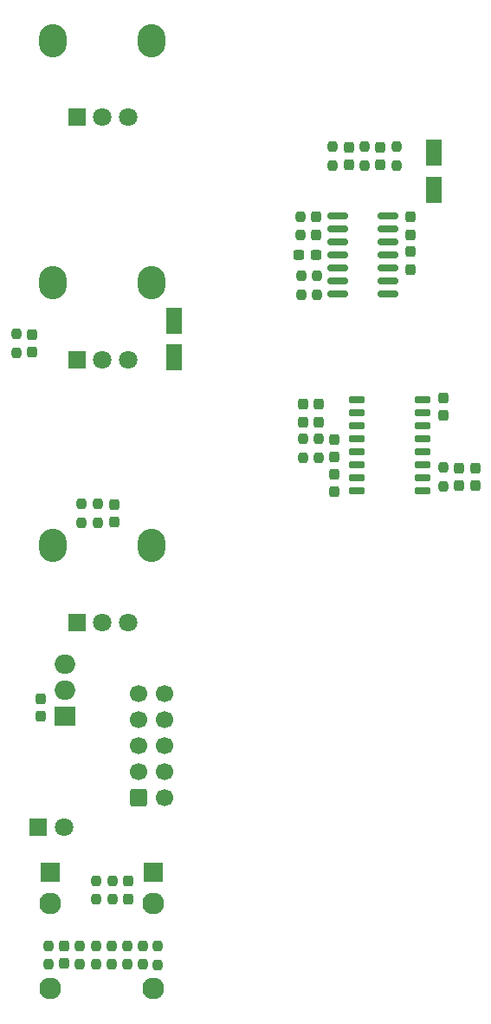
<source format=gbr>
%TF.GenerationSoftware,KiCad,Pcbnew,6.0.7+dfsg-1~bpo11+1*%
%TF.CreationDate,2022-10-24T23:46:05+08:00*%
%TF.ProjectId,MiniDelay,4d696e69-4465-46c6-9179-2e6b69636164,rev?*%
%TF.SameCoordinates,Original*%
%TF.FileFunction,Soldermask,Bot*%
%TF.FilePolarity,Negative*%
%FSLAX46Y46*%
G04 Gerber Fmt 4.6, Leading zero omitted, Abs format (unit mm)*
G04 Created by KiCad (PCBNEW 6.0.7+dfsg-1~bpo11+1) date 2022-10-24 23:46:05*
%MOMM*%
%LPD*%
G01*
G04 APERTURE LIST*
G04 Aperture macros list*
%AMRoundRect*
0 Rectangle with rounded corners*
0 $1 Rounding radius*
0 $2 $3 $4 $5 $6 $7 $8 $9 X,Y pos of 4 corners*
0 Add a 4 corners polygon primitive as box body*
4,1,4,$2,$3,$4,$5,$6,$7,$8,$9,$2,$3,0*
0 Add four circle primitives for the rounded corners*
1,1,$1+$1,$2,$3*
1,1,$1+$1,$4,$5*
1,1,$1+$1,$6,$7*
1,1,$1+$1,$8,$9*
0 Add four rect primitives between the rounded corners*
20,1,$1+$1,$2,$3,$4,$5,0*
20,1,$1+$1,$4,$5,$6,$7,0*
20,1,$1+$1,$6,$7,$8,$9,0*
20,1,$1+$1,$8,$9,$2,$3,0*%
G04 Aperture macros list end*
%ADD10R,1.930000X1.830000*%
%ADD11C,2.130000*%
%ADD12O,2.720000X3.240000*%
%ADD13R,1.800000X1.800000*%
%ADD14C,1.800000*%
%ADD15RoundRect,0.237500X-0.237500X0.250000X-0.237500X-0.250000X0.237500X-0.250000X0.237500X0.250000X0*%
%ADD16RoundRect,0.237500X-0.237500X0.300000X-0.237500X-0.300000X0.237500X-0.300000X0.237500X0.300000X0*%
%ADD17RoundRect,0.237500X-0.300000X-0.237500X0.300000X-0.237500X0.300000X0.237500X-0.300000X0.237500X0*%
%ADD18RoundRect,0.237500X0.237500X-0.250000X0.237500X0.250000X-0.237500X0.250000X-0.237500X-0.250000X0*%
%ADD19R,2.000000X1.905000*%
%ADD20O,2.000000X1.905000*%
%ADD21RoundRect,0.237500X0.237500X-0.300000X0.237500X0.300000X-0.237500X0.300000X-0.237500X-0.300000X0*%
%ADD22RoundRect,0.250000X-0.600000X-0.600000X0.600000X-0.600000X0.600000X0.600000X-0.600000X0.600000X0*%
%ADD23C,1.700000*%
%ADD24RoundRect,0.250000X0.550000X-1.050000X0.550000X1.050000X-0.550000X1.050000X-0.550000X-1.050000X0*%
%ADD25RoundRect,0.150000X0.650000X0.150000X-0.650000X0.150000X-0.650000X-0.150000X0.650000X-0.150000X0*%
%ADD26RoundRect,0.250000X-0.550000X1.050000X-0.550000X-1.050000X0.550000X-1.050000X0.550000X1.050000X0*%
%ADD27RoundRect,0.150000X0.825000X0.150000X-0.825000X0.150000X-0.825000X-0.150000X0.825000X-0.150000X0*%
G04 APERTURE END LIST*
D10*
%TO.C,AudioOut1*%
X125850000Y-143700000D03*
D11*
X125850000Y-155100000D03*
X125850000Y-146800000D03*
%TD*%
D10*
%TO.C,AudioIn1*%
X115800000Y-143700000D03*
D11*
X115800000Y-155100000D03*
X115800000Y-146800000D03*
%TD*%
D12*
%TO.C,LEVEL1*%
X125700000Y-111825000D03*
X116100000Y-111825000D03*
D13*
X118400000Y-119325000D03*
D14*
X120900000Y-119325000D03*
X123400000Y-119325000D03*
%TD*%
D12*
%TO.C,TIME1*%
X125700000Y-62500000D03*
X116100000Y-62500000D03*
D13*
X118400000Y-70000000D03*
D14*
X120900000Y-70000000D03*
X123400000Y-70000000D03*
%TD*%
D12*
%TO.C,REPEATS1*%
X116100000Y-86200000D03*
X125700000Y-86200000D03*
D13*
X118400000Y-93700000D03*
D14*
X120900000Y-93700000D03*
X123400000Y-93700000D03*
%TD*%
D15*
%TO.C,R14*%
X140550000Y-101412500D03*
X140550000Y-103237500D03*
%TD*%
D16*
%TO.C,C22*%
X141800000Y-79737500D03*
X141800000Y-81462500D03*
%TD*%
D15*
%TO.C,R3*%
X120265000Y-150897500D03*
X120265000Y-152722500D03*
%TD*%
D16*
%TO.C,C19*%
X142075000Y-98037500D03*
X142075000Y-99762500D03*
%TD*%
D15*
%TO.C,R17*%
X118735000Y-150887500D03*
X118735000Y-152712500D03*
%TD*%
D13*
%TO.C,D1*%
X114650000Y-139350000D03*
D14*
X117190000Y-139350000D03*
%TD*%
D17*
%TO.C,C4*%
X140112500Y-83475000D03*
X141837500Y-83475000D03*
%TD*%
D18*
%TO.C,R19*%
X140400000Y-87312500D03*
X140400000Y-85487500D03*
%TD*%
D15*
%TO.C,R6*%
X124835000Y-150917500D03*
X124835000Y-152742500D03*
%TD*%
D16*
%TO.C,C6*%
X151000000Y-79737500D03*
X151000000Y-81462500D03*
%TD*%
D19*
%TO.C,U3*%
X117255000Y-128490000D03*
D20*
X117255000Y-125950000D03*
X117255000Y-123410000D03*
%TD*%
D21*
%TO.C,C10*%
X114050000Y-92925000D03*
X114050000Y-91200000D03*
%TD*%
%TO.C,C13*%
X143600000Y-106562500D03*
X143600000Y-104837500D03*
%TD*%
D18*
%TO.C,R5*%
X154250000Y-106025000D03*
X154250000Y-104200000D03*
%TD*%
D16*
%TO.C,C20*%
X148100000Y-72937500D03*
X148100000Y-74662500D03*
%TD*%
D18*
%TO.C,R11*%
X121875000Y-146375000D03*
X121875000Y-144550000D03*
%TD*%
D21*
%TO.C,C3*%
X114920000Y-128490000D03*
X114920000Y-126765000D03*
%TD*%
D22*
%TO.C,J1*%
X124447500Y-136480000D03*
D23*
X126987500Y-136480000D03*
X124447500Y-133940000D03*
X126987500Y-133940000D03*
X124447500Y-131400000D03*
X126987500Y-131400000D03*
X124447500Y-128860000D03*
X126987500Y-128860000D03*
X124447500Y-126320000D03*
X126987500Y-126320000D03*
%TD*%
D15*
%TO.C,R10*%
X118900000Y-107787500D03*
X118900000Y-109612500D03*
%TD*%
D21*
%TO.C,C11*%
X143600000Y-103187500D03*
X143600000Y-101462500D03*
%TD*%
D18*
%TO.C,R2*%
X120325000Y-146387500D03*
X120325000Y-144562500D03*
%TD*%
D15*
%TO.C,R18*%
X121795000Y-150907500D03*
X121795000Y-152732500D03*
%TD*%
D16*
%TO.C,C5*%
X117205000Y-150937500D03*
X117205000Y-152662500D03*
%TD*%
D18*
%TO.C,R4*%
X123315000Y-152732500D03*
X123315000Y-150907500D03*
%TD*%
%TO.C,R21*%
X140300000Y-81512500D03*
X140300000Y-79687500D03*
%TD*%
D15*
%TO.C,R1*%
X115675000Y-150887500D03*
X115675000Y-152712500D03*
%TD*%
D18*
%TO.C,R9*%
X126350000Y-152762500D03*
X126350000Y-150937500D03*
%TD*%
D15*
%TO.C,R20*%
X141900000Y-85487500D03*
X141900000Y-87312500D03*
%TD*%
D21*
%TO.C,C21*%
X140555000Y-99762500D03*
X140555000Y-98037500D03*
%TD*%
D16*
%TO.C,C9*%
X157350000Y-104237500D03*
X157350000Y-105962500D03*
%TD*%
D15*
%TO.C,R16*%
X112525000Y-91162500D03*
X112525000Y-92987500D03*
%TD*%
D24*
%TO.C,C7*%
X127925000Y-93450000D03*
X127925000Y-89850000D03*
%TD*%
D18*
%TO.C,R7*%
X142075000Y-103237500D03*
X142075000Y-101412500D03*
%TD*%
D16*
%TO.C,C8*%
X155800000Y-104250000D03*
X155800000Y-105975000D03*
%TD*%
D15*
%TO.C,R12*%
X146575000Y-72875000D03*
X146575000Y-74700000D03*
%TD*%
D25*
%TO.C,U2*%
X152250000Y-97555000D03*
X152250000Y-98825000D03*
X152250000Y-100095000D03*
X152250000Y-101365000D03*
X152250000Y-102635000D03*
X152250000Y-103905000D03*
X152250000Y-105175000D03*
X152250000Y-106445000D03*
X145750000Y-106445000D03*
X145750000Y-105175000D03*
X145750000Y-103905000D03*
X145750000Y-102635000D03*
X145750000Y-101365000D03*
X145750000Y-100095000D03*
X145750000Y-98825000D03*
X145750000Y-97555000D03*
%TD*%
D26*
%TO.C,C18*%
X153300000Y-73500000D03*
X153300000Y-77100000D03*
%TD*%
D27*
%TO.C,U1*%
X148875000Y-79665000D03*
X148875000Y-80935000D03*
X148875000Y-82205000D03*
X148875000Y-83475000D03*
X148875000Y-84745000D03*
X148875000Y-86015000D03*
X148875000Y-87285000D03*
X143925000Y-87285000D03*
X143925000Y-86015000D03*
X143925000Y-84745000D03*
X143925000Y-83475000D03*
X143925000Y-82205000D03*
X143925000Y-80935000D03*
X143925000Y-79665000D03*
%TD*%
D21*
%TO.C,C12*%
X123475000Y-146325000D03*
X123475000Y-144600000D03*
%TD*%
D16*
%TO.C,C17*%
X154240000Y-97377500D03*
X154240000Y-99102500D03*
%TD*%
%TO.C,C16*%
X122100000Y-107837500D03*
X122100000Y-109562500D03*
%TD*%
%TO.C,C15*%
X145000000Y-72937500D03*
X145000000Y-74662500D03*
%TD*%
D15*
%TO.C,R15*%
X149700000Y-72887500D03*
X149700000Y-74712500D03*
%TD*%
D16*
%TO.C,C14*%
X151000000Y-83137500D03*
X151000000Y-84862500D03*
%TD*%
D18*
%TO.C,R8*%
X120500000Y-109612500D03*
X120500000Y-107787500D03*
%TD*%
%TO.C,R13*%
X143400000Y-74712500D03*
X143400000Y-72887500D03*
%TD*%
M02*

</source>
